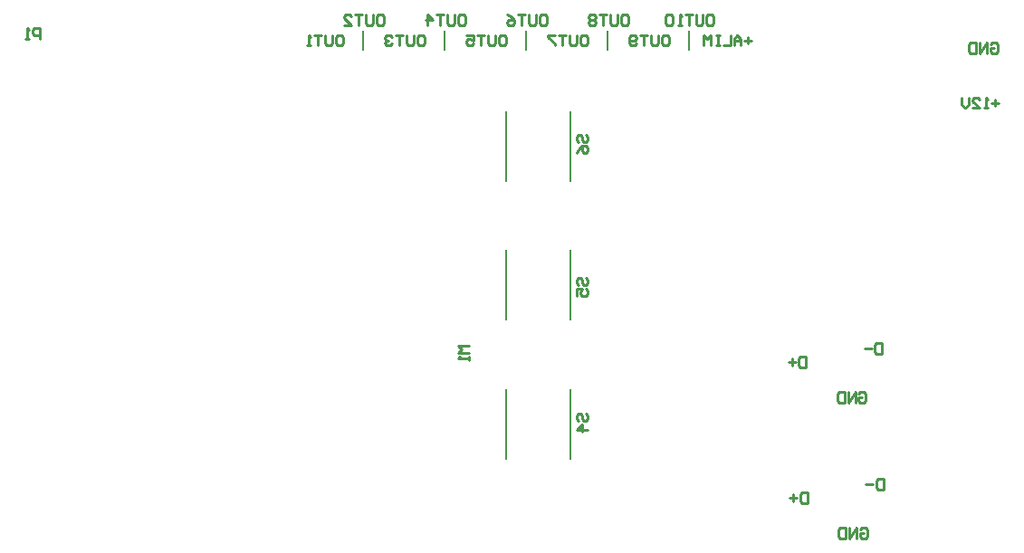
<source format=gbo>
G04 Layer_Color=32896*
%FSLAX25Y25*%
%MOIN*%
G70*
G01*
G75*
%ADD33C,0.00787*%
%ADD58C,0.01000*%
D33*
X185039Y140748D02*
Y166339D01*
X208661Y140748D02*
Y166339D01*
X185039Y89567D02*
Y115157D01*
X208661Y89567D02*
Y115157D01*
X185039Y38386D02*
Y63977D01*
X208661Y38386D02*
Y63977D01*
X252500Y189000D02*
Y196000D01*
X222500Y189000D02*
Y196000D01*
X192500Y189000D02*
Y196000D01*
X162500Y189000D02*
Y196000D01*
X132500Y189000D02*
Y196000D01*
D58*
X211720Y154876D02*
X211064Y155532D01*
Y156844D01*
X211720Y157500D01*
X212376D01*
X213032Y156844D01*
Y155532D01*
X213688Y154876D01*
X214344D01*
X215000Y155532D01*
Y156844D01*
X214344Y157500D01*
X211064Y150940D02*
X211720Y152252D01*
X213032Y153564D01*
X214344D01*
X215000Y152908D01*
Y151596D01*
X214344Y150940D01*
X213688D01*
X213032Y151596D01*
Y153564D01*
X211720Y102376D02*
X211064Y103032D01*
Y104344D01*
X211720Y105000D01*
X212376D01*
X213032Y104344D01*
Y103032D01*
X213688Y102376D01*
X214344D01*
X215000Y103032D01*
Y104344D01*
X214344Y105000D01*
X211064Y98440D02*
Y101064D01*
X213032D01*
X212376Y99752D01*
Y99096D01*
X213032Y98440D01*
X214344D01*
X215000Y99096D01*
Y100408D01*
X214344Y101064D01*
X211720Y52376D02*
X211064Y53032D01*
Y54344D01*
X211720Y55000D01*
X212376D01*
X213032Y54344D01*
Y53032D01*
X213688Y52376D01*
X214344D01*
X215000Y53032D01*
Y54344D01*
X214344Y55000D01*
X215000Y49096D02*
X211064D01*
X213032Y51064D01*
Y48440D01*
X13500Y193000D02*
Y196936D01*
X11532D01*
X10876Y196280D01*
Y194968D01*
X11532Y194312D01*
X13500D01*
X9564Y193000D02*
X8252D01*
X8908D01*
Y196936D01*
X9564Y196280D01*
X171500Y80000D02*
X167564D01*
X168876Y78688D01*
X167564Y77376D01*
X171500D01*
Y76064D02*
Y74752D01*
Y75408D01*
X167564D01*
X168220Y76064D01*
X275500Y192468D02*
X272876D01*
X274188Y193780D02*
Y191156D01*
X271564Y190500D02*
Y193124D01*
X270252Y194436D01*
X268940Y193124D01*
Y190500D01*
Y192468D01*
X271564D01*
X267629Y194436D02*
Y190500D01*
X265005D01*
X263693Y194436D02*
X262381D01*
X263037D01*
Y190500D01*
X263693D01*
X262381D01*
X260413D02*
Y194436D01*
X259101Y193124D01*
X257789Y194436D01*
Y190500D01*
X259532Y201936D02*
X260844D01*
X261500Y201280D01*
Y198656D01*
X260844Y198000D01*
X259532D01*
X258876Y198656D01*
Y201280D01*
X259532Y201936D01*
X257564D02*
Y198656D01*
X256908Y198000D01*
X255596D01*
X254940Y198656D01*
Y201936D01*
X253628D02*
X251005D01*
X252317D01*
Y198000D01*
X249693D02*
X248381D01*
X249037D01*
Y201936D01*
X249693Y201280D01*
X246413D02*
X245757Y201936D01*
X244445D01*
X243789Y201280D01*
Y198656D01*
X244445Y198000D01*
X245757D01*
X246413Y198656D01*
Y201280D01*
X243032Y194436D02*
X244344D01*
X245000Y193780D01*
Y191156D01*
X244344Y190500D01*
X243032D01*
X242376Y191156D01*
Y193780D01*
X243032Y194436D01*
X241064D02*
Y191156D01*
X240408Y190500D01*
X239096D01*
X238440Y191156D01*
Y194436D01*
X237128D02*
X234505D01*
X235817D01*
Y190500D01*
X233193Y191156D02*
X232537Y190500D01*
X231225D01*
X230569Y191156D01*
Y193780D01*
X231225Y194436D01*
X232537D01*
X233193Y193780D01*
Y193124D01*
X232537Y192468D01*
X230569D01*
X228032Y201936D02*
X229344D01*
X230000Y201280D01*
Y198656D01*
X229344Y198000D01*
X228032D01*
X227376Y198656D01*
Y201280D01*
X228032Y201936D01*
X226064D02*
Y198656D01*
X225408Y198000D01*
X224096D01*
X223440Y198656D01*
Y201936D01*
X222129D02*
X219505D01*
X220817D01*
Y198000D01*
X218193Y201280D02*
X217537Y201936D01*
X216225D01*
X215569Y201280D01*
Y200624D01*
X216225Y199968D01*
X215569Y199312D01*
Y198656D01*
X216225Y198000D01*
X217537D01*
X218193Y198656D01*
Y199312D01*
X217537Y199968D01*
X218193Y200624D01*
Y201280D01*
X217537Y199968D02*
X216225D01*
X213032Y194436D02*
X214344D01*
X215000Y193780D01*
Y191156D01*
X214344Y190500D01*
X213032D01*
X212376Y191156D01*
Y193780D01*
X213032Y194436D01*
X211064D02*
Y191156D01*
X210408Y190500D01*
X209096D01*
X208440Y191156D01*
Y194436D01*
X207129D02*
X204505D01*
X205817D01*
Y190500D01*
X203193Y194436D02*
X200569D01*
Y193780D01*
X203193Y191156D01*
Y190500D01*
X198032Y201936D02*
X199344D01*
X200000Y201280D01*
Y198656D01*
X199344Y198000D01*
X198032D01*
X197376Y198656D01*
Y201280D01*
X198032Y201936D01*
X196064D02*
Y198656D01*
X195408Y198000D01*
X194096D01*
X193440Y198656D01*
Y201936D01*
X192129D02*
X189505D01*
X190817D01*
Y198000D01*
X185569Y201936D02*
X186881Y201280D01*
X188193Y199968D01*
Y198656D01*
X187537Y198000D01*
X186225D01*
X185569Y198656D01*
Y199312D01*
X186225Y199968D01*
X188193D01*
X183032Y194436D02*
X184344D01*
X185000Y193780D01*
Y191156D01*
X184344Y190500D01*
X183032D01*
X182376Y191156D01*
Y193780D01*
X183032Y194436D01*
X181064D02*
Y191156D01*
X180408Y190500D01*
X179096D01*
X178440Y191156D01*
Y194436D01*
X177129D02*
X174505D01*
X175817D01*
Y190500D01*
X170569Y194436D02*
X173193D01*
Y192468D01*
X171881Y193124D01*
X171225D01*
X170569Y192468D01*
Y191156D01*
X171225Y190500D01*
X172537D01*
X173193Y191156D01*
X168032Y201936D02*
X169344D01*
X170000Y201280D01*
Y198656D01*
X169344Y198000D01*
X168032D01*
X167376Y198656D01*
Y201280D01*
X168032Y201936D01*
X166064D02*
Y198656D01*
X165408Y198000D01*
X164096D01*
X163440Y198656D01*
Y201936D01*
X162128D02*
X159505D01*
X160817D01*
Y198000D01*
X156225D02*
Y201936D01*
X158193Y199968D01*
X155569D01*
X153032Y194436D02*
X154344D01*
X155000Y193780D01*
Y191156D01*
X154344Y190500D01*
X153032D01*
X152376Y191156D01*
Y193780D01*
X153032Y194436D01*
X151064D02*
Y191156D01*
X150408Y190500D01*
X149096D01*
X148440Y191156D01*
Y194436D01*
X147128D02*
X144505D01*
X145817D01*
Y190500D01*
X143193Y193780D02*
X142537Y194436D01*
X141225D01*
X140569Y193780D01*
Y193124D01*
X141225Y192468D01*
X141881D01*
X141225D01*
X140569Y191812D01*
Y191156D01*
X141225Y190500D01*
X142537D01*
X143193Y191156D01*
X138032Y201936D02*
X139344D01*
X140000Y201280D01*
Y198656D01*
X139344Y198000D01*
X138032D01*
X137376Y198656D01*
Y201280D01*
X138032Y201936D01*
X136064D02*
Y198656D01*
X135408Y198000D01*
X134096D01*
X133440Y198656D01*
Y201936D01*
X132129D02*
X129505D01*
X130817D01*
Y198000D01*
X125569D02*
X128193D01*
X125569Y200624D01*
Y201280D01*
X126225Y201936D01*
X127537D01*
X128193Y201280D01*
X123032Y194436D02*
X124344D01*
X125000Y193780D01*
Y191156D01*
X124344Y190500D01*
X123032D01*
X122376Y191156D01*
Y193780D01*
X123032Y194436D01*
X121064D02*
Y191156D01*
X120408Y190500D01*
X119096D01*
X118440Y191156D01*
Y194436D01*
X117129D02*
X114505D01*
X115817D01*
Y190500D01*
X113193D02*
X111881D01*
X112537D01*
Y194436D01*
X113193Y193780D01*
X315376Y12280D02*
X316032Y12936D01*
X317344D01*
X318000Y12280D01*
Y9656D01*
X317344Y9000D01*
X316032D01*
X315376Y9656D01*
Y10968D01*
X316688D01*
X314064Y9000D02*
Y12936D01*
X311440Y9000D01*
Y12936D01*
X310128D02*
Y9000D01*
X308161D01*
X307505Y9656D01*
Y12280D01*
X308161Y12936D01*
X310128D01*
X296000Y25936D02*
Y22000D01*
X294032D01*
X293376Y22656D01*
Y25280D01*
X294032Y25936D01*
X296000D01*
X292064Y23968D02*
X289440D01*
X290752Y25280D02*
Y22656D01*
X324000Y30936D02*
Y27000D01*
X322032D01*
X321376Y27656D01*
Y30280D01*
X322032Y30936D01*
X324000D01*
X320064Y28968D02*
X317440D01*
X323547Y81062D02*
Y77126D01*
X321579D01*
X320923Y77782D01*
Y80406D01*
X321579Y81062D01*
X323547D01*
X319612Y79094D02*
X316988D01*
X295547Y76062D02*
Y72126D01*
X293579D01*
X292923Y72782D01*
Y75406D01*
X293579Y76062D01*
X295547D01*
X291612Y74094D02*
X288988D01*
X290300Y75406D02*
Y72782D01*
X314923Y62406D02*
X315579Y63062D01*
X316891D01*
X317547Y62406D01*
Y59782D01*
X316891Y59126D01*
X315579D01*
X314923Y59782D01*
Y61094D01*
X316235D01*
X313612Y59126D02*
Y63062D01*
X310988Y59126D01*
Y63062D01*
X309676D02*
Y59126D01*
X307708D01*
X307052Y59782D01*
Y62406D01*
X307708Y63062D01*
X309676D01*
X363423Y190906D02*
X364079Y191562D01*
X365391D01*
X366047Y190906D01*
Y188282D01*
X365391Y187626D01*
X364079D01*
X363423Y188282D01*
Y189594D01*
X364735D01*
X362111Y187626D02*
Y191562D01*
X359488Y187626D01*
Y191562D01*
X358176D02*
Y187626D01*
X356208D01*
X355552Y188282D01*
Y190906D01*
X356208Y191562D01*
X358176D01*
X366500Y169468D02*
X363876D01*
X365188Y170780D02*
Y168156D01*
X362564Y167500D02*
X361252D01*
X361908D01*
Y171436D01*
X362564Y170780D01*
X356661Y167500D02*
X359284D01*
X356661Y170124D01*
Y170780D01*
X357317Y171436D01*
X358629D01*
X359284Y170780D01*
X355349Y171436D02*
Y168812D01*
X354037Y167500D01*
X352725Y168812D01*
Y171436D01*
M02*

</source>
